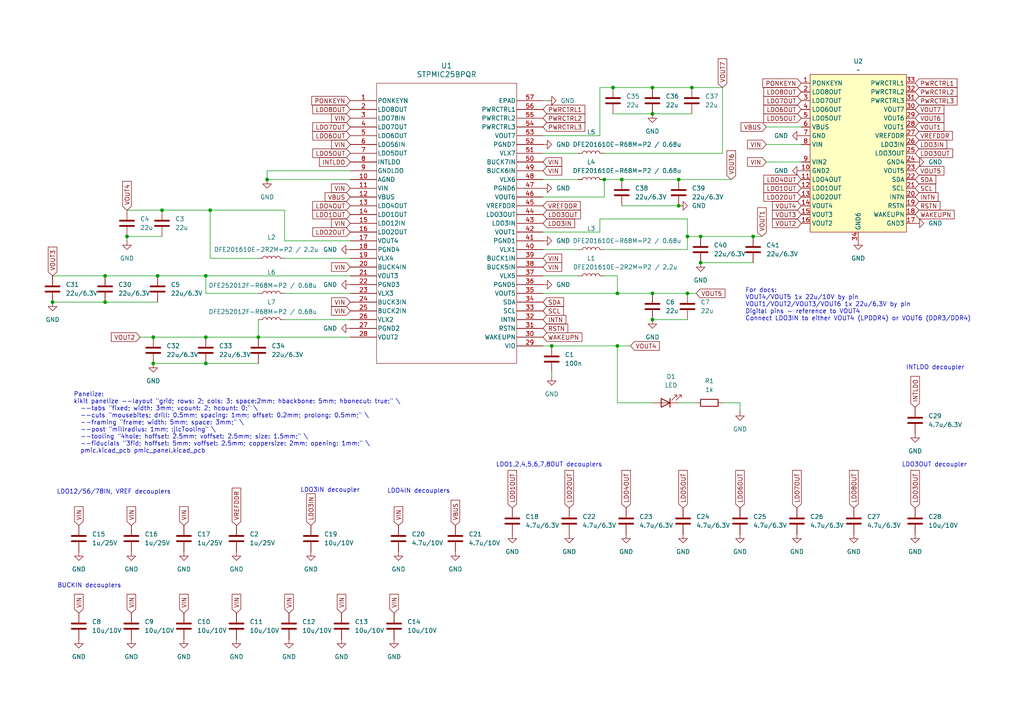
<source format=kicad_sch>
(kicad_sch (version 20250114) (generator "eeschema") (generator_version "9.0")
  (paper "A4")
  (lib_symbols
    (symbol "Device:C" (pin_numbers (hide yes)) (pin_names (offset 0.254))
      (property "Reference" "C" (at 0.635 2.54 0))
      (property "Value" "C" (at 0.635 -2.54 0))
      (symbol "C_1_1"
        (pin passive line (at 0 3.81 270) (length 2.794) (name "~") (number "1"))
        (pin passive line (at 0 -3.81 90) (length 2.794) (name "~") (number "2"))
      )
    )
    (symbol "Device:L" (pin_numbers (hide yes)) (pin_names (offset 1.016) (hide yes))
      (property "Reference" "L" (at -1.27 0 90))
      (property "Value" "L" (at 1.905 0 90))
      (symbol "L_1_1"
        (pin passive line (at 0 3.81 270) (length 1.27) (name "1") (number "1"))
        (pin passive line (at 0 -3.81 90) (length 1.27) (name "2") (number "2"))
      )
    )
    (symbol "Device:LED" (pin_numbers (hide yes)) (pin_names (offset 1.016) (hide yes))
      (property "Reference" "D" (at 0 2.54 0))
      (property "Value" "LED" (at 0 -2.54 0))
      (symbol "LED_1_1"
        (pin passive line (at -3.81 0 0) (length 2.54) (name "K") (number "1"))
        (pin passive line (at 3.81 0 180) (length 2.54) (name "A") (number "2"))
      )
    )
    (symbol "Device:R" (pin_numbers (hide yes)) (pin_names (offset 0))
      (property "Reference" "R" (at 2.032 0 90))
      (property "Value" "R" (at 0 0 90))
      (symbol "R_1_1"
        (pin passive line (at 0 3.81 270) (length 1.27) (name "~") (number "1"))
        (pin passive line (at 0 -3.81 90) (length 1.27) (name "~") (number "2"))
      )
    )
    (symbol "jc_pmic:JC_PMIC"
      (property "Reference" "U" (at 0 26.162 0))
      (symbol "JC_PMIC_1_1"
        (pin input line (at -16.51 20.32 0) (length 2.54) (name "PONKEYN") (number "1"))
        (pin power_out line (at -16.51 17.78 0) (length 2.54) (name "LDO8OUT") (number "2"))
        (pin power_out line (at -16.51 15.24 0) (length 2.54) (name "LDO7OUT") (number "3"))
        (pin power_out line (at -16.51 12.7 0) (length 2.54) (name "LDO6OUT") (number "4"))
        (pin power_out line (at -16.51 10.16 0) (length 2.54) (name "LDO5OUT") (number "5"))
        (pin power_in line (at -16.51 7.62 0) (length 2.54) (name "VBUS") (number "6"))
        (pin power_in line (at -16.51 5.08 0) (length 2.54) (name "GND") (number "7"))
        (pin power_in line (at -16.51 2.54 0) (length 2.54) (name "VIN") (number "8"))
        (pin power_in line (at -16.51 -2.54 0) (length 2.54) (name "VIN2") (number "9"))
        (pin power_in line (at -16.51 -5.08 0) (length 2.54) (name "GND2") (number "10"))
        (pin power_out line (at -16.51 -7.62 0) (length 2.54) (name "LDO4OUT") (number "11"))
        (pin power_out line (at -16.51 -10.16 0) (length 2.54) (name "LDO1OUT") (number "12"))
        (pin power_out line (at -16.51 -12.7 0) (length 2.54) (name "LDO2OUT") (number "13"))
        (pin power_out line (at -16.51 -15.24 0) (length 2.54) (name "VOUT4") (number "14"))
        (pin power_out line (at -16.51 -17.78 0) (length 2.54) (name "VOUT3") (number "15"))
        (pin power_out line (at -16.51 -20.32 0) (length 2.54) (name "VOUT2") (number "16"))
        (pin power_in line (at 0 -25.4 90) (length 2.54) (name "GND6") (number "34"))
        (pin input line (at 16.51 20.32 180) (length 2.54) (name "PWRCTRL1") (number "33"))
        (pin input line (at 16.51 17.78 180) (length 2.54) (name "PWRCTRL2") (number "32"))
        (pin input line (at 16.51 15.24 180) (length 2.54) (name "PWRCTRL3") (number "31"))
        (pin power_out line (at 16.51 12.7 180) (length 2.54) (name "VOUT7") (number "30"))
        (pin power_out line (at 16.51 10.16 180) (length 2.54) (name "VOUT6") (number "29"))
        (pin power_out line (at 16.51 7.62 180) (length 2.54) (name "VOUT1") (number "28"))
        (pin power_out line (at 16.51 5.08 180) (length 2.54) (name "VREFDDR") (number "27"))
        (pin power_out line (at 16.51 2.54 180) (length 2.54) (name "LDO3IN") (number "26"))
        (pin power_in line (at 16.51 0 180) (length 2.54) (name "LDO3OUT") (number "25"))
        (pin input line (at 16.51 -2.54 180) (length 2.54) (name "GND4") (number "24"))
        (pin power_out line (at 16.51 -5.08 180) (length 2.54) (name "VOUT5") (number "23"))
        (pin bidirectional line (at 16.51 -7.62 180) (length 2.54) (name "SDA") (number "22"))
        (pin input line (at 16.51 -10.16 180) (length 2.54) (name "SCL") (number "21"))
        (pin output line (at 16.51 -12.7 180) (length 2.54) (name "INTN") (number "20"))
        (pin bidirectional line (at 16.51 -15.24 180) (length 2.54) (name "RSTN") (number "19"))
        (pin input line (at 16.51 -17.78 180) (length 2.54) (name "WAKEUPN") (number "18"))
        (pin power_in line (at 16.51 -20.32 180) (length 2.54) (name "GND3") (number "17"))
      )
    )
    (symbol "power:GND" (power) (pin_numbers (hide yes)) (pin_names (offset 0) (hide yes))
      (property "Value" "GND" (at 0 -3.81 0))
      (symbol "GND_1_1"
        (pin power_in line (at 0 0 270) (length 0) (name "~") (number "1"))
      )
    )
    (symbol "stpmic25:STPMIC25APQR" (pin_names (offset 0.254))
      (property "Reference" "U" (at 27.94 10.16 0))
      (property "Value" "STPMIC25APQR" (at 27.94 7.62 0))
      (symbol "STPMIC25APQR_0_1"
        (pin unspecified line (at 0 0 0) (length 7.62) (name "PONKEYN") (number "1"))
        (pin output line (at 0 -2.54 0) (length 7.62) (name "LDO8OUT") (number "2"))
        (pin input line (at 0 -5.08 0) (length 7.62) (name "LDO78IN") (number "3"))
        (pin output line (at 0 -7.62 0) (length 7.62) (name "LDO7OUT") (number "4"))
        (pin output line (at 0 -10.16 0) (length 7.62) (name "LDO6OUT") (number "5"))
        (pin input line (at 0 -12.7 0) (length 7.62) (name "LDO56IN") (number "6"))
        (pin output line (at 0 -15.24 0) (length 7.62) (name "LDO5OUT") (number "7"))
        (pin input line (at 0 -17.78 0) (length 7.62) (name "INTLDO") (number "8"))
        (pin power_out line (at 0 -20.32 0) (length 7.62) (name "GNDLDO") (number "9"))
        (pin power_out line (at 0 -22.86 0) (length 7.62) (name "AGND") (number "10"))
        (pin unspecified line (at 0 -25.4 0) (length 7.62) (name "VIN") (number "11"))
        (pin unspecified line (at 0 -27.94 0) (length 7.62) (name "VBUS") (number "12"))
        (pin output line (at 0 -30.48 0) (length 7.62) (name "LDO4OUT") (number "13"))
        (pin output line (at 0 -33.02 0) (length 7.62) (name "LDO1OUT") (number "14"))
        (pin input line (at 0 -35.56 0) (length 7.62) (name "LDO12IN") (number "15"))
        (pin output line (at 0 -38.1 0) (length 7.62) (name "LDO2OUT") (number "16"))
        (pin output line (at 0 -40.64 0) (length 7.62) (name "VOUT4") (number "17"))
        (pin power_out line (at 0 -43.18 0) (length 7.62) (name "PGND4") (number "18"))
        (pin bidirectional line (at 0 -45.72 0) (length 7.62) (name "VLX4") (number "19"))
        (pin input line (at 0 -48.26 0) (length 7.62) (name "BUCK4IN") (number "20"))
        (pin output line (at 0 -50.8 0) (length 7.62) (name "VOUT3") (number "21"))
        (pin power_out line (at 0 -53.34 0) (length 7.62) (name "PGND3") (number "22"))
        (pin bidirectional line (at 0 -55.88 0) (length 7.62) (name "VLX3") (number "23"))
        (pin input line (at 0 -58.42 0) (length 7.62) (name "BUCK3IN") (number "24"))
        (pin input line (at 0 -60.96 0) (length 7.62) (name "BUCK2IN") (number "25"))
        (pin bidirectional line (at 0 -63.5 0) (length 7.62) (name "VLX2") (number "26"))
        (pin power_out line (at 0 -66.04 0) (length 7.62) (name "PGND2") (number "27"))
        (pin output line (at 0 -68.58 0) (length 7.62) (name "VOUT2") (number "28"))
        (pin power_out line (at 55.88 0 180) (length 7.62) (name "EPAD") (number "57"))
        (pin bidirectional line (at 55.88 -2.54 180) (length 7.62) (name "PWRCTRL1") (number "56"))
        (pin bidirectional line (at 55.88 -5.08 180) (length 7.62) (name "PWRCTRL2") (number "55"))
        (pin bidirectional line (at 55.88 -7.62 180) (length 7.62) (name "PWRCTRL3") (number "54"))
        (pin output line (at 55.88 -10.16 180) (length 7.62) (name "VOUT7") (number "53"))
        (pin power_out line (at 55.88 -12.7 180) (length 7.62) (name "PGND7") (number "52"))
        (pin bidirectional line (at 55.88 -15.24 180) (length 7.62) (name "VLX7") (number "51"))
        (pin input line (at 55.88 -17.78 180) (length 7.62) (name "BUCK7IN") (number "50"))
        (pin input line (at 55.88 -20.32 180) (length 7.62) (name "BUCK6IN") (number "49"))
        (pin bidirectional line (at 55.88 -22.86 180) (length 7.62) (name "VLX6") (number "48"))
        (pin power_out line (at 55.88 -25.4 180) (length 7.62) (name "PGND6") (number "47"))
        (pin output line (at 55.88 -27.94 180) (length 7.62) (name "VOUT6") (number "46"))
        (pin power_in line (at 55.88 -30.48 180) (length 7.62) (name "VREFDDR") (number "45"))
        (pin output line (at 55.88 -33.02 180) (length 7.62) (name "LDO3OUT") (number "44"))
        (pin input line (at 55.88 -35.56 180) (length 7.62) (name "LDO3IN") (number "43"))
        (pin output line (at 55.88 -38.1 180) (length 7.62) (name "VOUT1") (number "42"))
        (pin power_out line (at 55.88 -40.64 180) (length 7.62) (name "PGND1") (number "41"))
        (pin bidirectional line (at 55.88 -43.18 180) (length 7.62) (name "VLX1") (number "40"))
        (pin input line (at 55.88 -45.72 180) (length 7.62) (name "BUCK1IN") (number "39"))
        (pin input line (at 55.88 -48.26 180) (length 7.62) (name "BUCK5IN") (number "38"))
        (pin bidirectional line (at 55.88 -50.8 180) (length 7.62) (name "VLX5") (number "37"))
        (pin power_out line (at 55.88 -53.34 180) (length 7.62) (name "PGND5") (number "36"))
        (pin output line (at 55.88 -55.88 180) (length 7.62) (name "VOUT5") (number "35"))
        (pin unspecified line (at 55.88 -58.42 180) (length 7.62) (name "SDA") (number "34"))
        (pin unspecified line (at 55.88 -60.96 180) (length 7.62) (name "SCL") (number "33"))
        (pin input line (at 55.88 -63.5 180) (length 7.62) (name "INTN") (number "32"))
        (pin unspecified line (at 55.88 -66.04 180) (length 7.62) (name "RSTN") (number "31"))
        (pin unspecified line (at 55.88 -68.58 180) (length 7.62) (name "WAKEUPN") (number "30"))
        (pin unspecified line (at 55.88 -71.12 180) (length 7.62) (name "VIO") (number "29"))
      )
    )
  )
  (text "LDO3IN decoupler" (at 95.758 142.24 0) (effects (font (size 1.27 1.27))))
  (text "INTLDO decoupler" (at 271.272 106.68 0) (effects (font (size 1.27 1.27))))
  (text "Panelize:\nkikit panelize --layout \"grid; rows: 2; cols: 3; space:2mm; hbackbone: 5mm; hbonecut: true;\" \\\n  --tabs \"fixed; width: 3mm; vcount: 2; hcount: 0;\" \\\n  --cuts \"mousebites; drill: 0.5mm; spacing: 1mm; offset: 0.2mm; prolong: 0.5mm;\" \\\n  --framing \"frame; width: 5mm; space: 3mm;\" \\\n  --post \"millradius: 1mm; :jlcTooling\" \\\n  --tooling \"4hole; hoffset: 2.5mm; voffset: 2.5mm; size: 1.5mm;\" \\\n  --fiducials \"3fid; hoffset: 5mm; voffset: 2.5mm; coppersize: 2mm; opening: 1mm;\" \\\n  pmic.kicad_pcb pmic_panel.kicad_pcb" (at 21.336 122.682 0) (effects (font (size 1.27 1.27)) (justify left)))
  (text "LDO1,2,4,5,6,7,8OUT decouplers" (at 159.258 134.874 0) (effects (font (size 1.27 1.27))))
  (text "LDO3OUT decoupler" (at 271.018 134.874 0) (effects (font (size 1.27 1.27))))
  (text "For docs:\nVOUT4/VOUT5 1x 22u/10V by pin\nVOUT1/VOUT2/VOUT3/VOUT6 1x 22u/6.3V by pin\nDigital pins - reference to VOUT4\nConnect LDO3IN to either VOUT4 (LPDDR4) or VOUT6 (DDR3/DDR4)" (at 216.154 88.392 0) (effects (font (size 1.27 1.27)) (justify left)))
  (text "LDO12/56/78IN, VREF decouplers" (at 33.02 142.748 0) (effects (font (size 1.27 1.27))))
  (text "LDO4IN decouplers" (at 121.412 142.494 0) (effects (font (size 1.27 1.27))))
  (text "BUCKIN decouplers" (at 25.908 169.926 0) (effects (font (size 1.27 1.27))))
  (junction (at 175.26 52.07))
  (junction (at 189.23 25.4))
  (junction (at 189.23 33.02))
  (junction (at 180.34 52.07))
  (junction (at 200.66 25.4))
  (junction (at 59.69 97.79))
  (junction (at 199.39 68.58))
  (junction (at 179.07 85.09))
  (junction (at 196.85 52.07))
  (junction (at 203.2 76.2))
  (junction (at 44.45 97.79))
  (junction (at 196.85 59.69))
  (junction (at 59.69 80.01))
  (junction (at 218.44 68.58))
  (junction (at 177.8 25.4))
  (junction (at 59.69 105.41))
  (junction (at 46.99 60.96))
  (junction (at 189.23 92.71))
  (junction (at 60.96 60.96))
  (junction (at 199.39 85.09))
  (junction (at 30.48 80.01))
  (junction (at 45.72 80.01))
  (junction (at 179.07 100.33))
  (junction (at 74.93 97.79))
  (junction (at 160.02 100.33))
  (junction (at 15.24 87.63))
  (junction (at 44.45 105.41))
  (junction (at 203.2 68.58))
  (junction (at 36.83 68.58))
  (junction (at 77.47 52.07))
  (junction (at 189.23 85.09))
  (junction (at 30.48 87.63))
  (wire (pts (xy 173.99 63.5) (xy 199.39 63.5)))
  (wire (pts (xy 199.39 68.58) (xy 199.39 63.5)))
  (wire (pts (xy 30.48 87.63) (xy 45.72 87.63)))
  (wire (pts (xy 44.45 105.41) (xy 59.69 105.41)))
  (wire (pts (xy 218.44 68.58) (xy 220.98 68.58)))
  (wire (pts (xy 222.25 41.91) (xy 232.41 41.91)))
  (wire (pts (xy 175.26 57.15) (xy 157.48 57.15)))
  (wire (pts (xy 160.02 100.33) (xy 179.07 100.33)))
  (wire (pts (xy 199.39 68.58) (xy 199.39 72.39)))
  (wire (pts (xy 173.99 25.4) (xy 177.8 25.4)))
  (wire (pts (xy 209.55 25.4) (xy 209.55 44.45)))
  (wire (pts (xy 59.69 80.01) (xy 101.6 80.01)))
  (wire (pts (xy 199.39 85.09) (xy 189.23 85.09)))
  (wire (pts (xy 44.45 97.79) (xy 59.69 97.79)))
  (wire (pts (xy 157.48 72.39) (xy 167.64 72.39)))
  (wire (pts (xy 74.93 85.09) (xy 59.69 85.09)))
  (wire (pts (xy 189.23 92.71) (xy 199.39 92.71)))
  (wire (pts (xy 101.6 49.53) (xy 77.47 49.53)))
  (wire (pts (xy 179.07 85.09) (xy 157.48 85.09)))
  (wire (pts (xy 77.47 49.53) (xy 77.47 52.07)))
  (wire (pts (xy 200.66 25.4) (xy 209.55 25.4)))
  (wire (pts (xy 74.93 92.71) (xy 74.93 97.79)))
  (wire (pts (xy 82.55 85.09) (xy 101.6 85.09)))
  (wire (pts (xy 15.24 87.63) (xy 30.48 87.63)))
  (wire (pts (xy 30.48 80.01) (xy 45.72 80.01)))
  (wire (pts (xy 199.39 68.58) (xy 203.2 68.58)))
  (wire (pts (xy 175.26 44.45) (xy 209.55 44.45)))
  (wire (pts (xy 74.93 97.79) (xy 101.6 97.79)))
  (wire (pts (xy 157.48 52.07) (xy 167.64 52.07)))
  (wire (pts (xy 203.2 76.2) (xy 218.44 76.2)))
  (wire (pts (xy 157.48 29.21) (xy 158.75 29.21)))
  (wire (pts (xy 59.69 85.09) (xy 59.69 80.01)))
  (wire (pts (xy 82.55 60.96) (xy 82.55 69.85)))
  (wire (pts (xy 157.48 39.37) (xy 173.99 39.37)))
  (wire (pts (xy 157.48 44.45) (xy 167.64 44.45)))
  (wire (pts (xy 189.23 33.02) (xy 200.66 33.02)))
  (wire (pts (xy 175.26 80.01) (xy 179.07 80.01)))
  (wire (pts (xy 59.69 97.79) (xy 74.93 97.79)))
  (wire (pts (xy 74.93 74.93) (xy 60.96 74.93)))
  (wire (pts (xy 196.85 116.84) (xy 201.93 116.84)))
  (wire (pts (xy 40.64 97.79) (xy 44.45 97.79)))
  (wire (pts (xy 177.8 33.02) (xy 189.23 33.02)))
  (wire (pts (xy 201.93 85.09) (xy 199.39 85.09)))
  (wire (pts (xy 175.26 52.07) (xy 175.26 57.15)))
  (wire (pts (xy 180.34 52.07) (xy 196.85 52.07)))
  (wire (pts (xy 173.99 67.31) (xy 173.99 63.5)))
  (wire (pts (xy 77.47 52.07) (xy 101.6 52.07)))
  (wire (pts (xy 179.07 116.84) (xy 189.23 116.84)))
  (wire (pts (xy 209.55 116.84) (xy 214.63 116.84)))
  (wire (pts (xy 157.48 100.33) (xy 160.02 100.33)))
  (wire (pts (xy 175.26 52.07) (xy 180.34 52.07)))
  (wire (pts (xy 82.55 92.71) (xy 101.6 92.71)))
  (wire (pts (xy 60.96 60.96) (xy 60.96 74.93)))
  (wire (pts (xy 59.69 105.41) (xy 74.93 105.41)))
  (wire (pts (xy 15.24 80.01) (xy 30.48 80.01)))
  (wire (pts (xy 177.8 25.4) (xy 189.23 25.4)))
  (wire (pts (xy 157.48 80.01) (xy 167.64 80.01)))
  (wire (pts (xy 196.85 52.07) (xy 212.09 52.07)))
  (wire (pts (xy 189.23 25.4) (xy 200.66 25.4)))
  (wire (pts (xy 179.07 80.01) (xy 179.07 85.09)))
  (wire (pts (xy 36.83 68.58) (xy 36.83 69.85)))
  (wire (pts (xy 82.55 74.93) (xy 101.6 74.93)))
  (wire (pts (xy 222.25 36.83) (xy 232.41 36.83)))
  (wire (pts (xy 180.34 59.69) (xy 196.85 59.69)))
  (wire (pts (xy 203.2 68.58) (xy 218.44 68.58)))
  (wire (pts (xy 179.07 100.33) (xy 179.07 116.84)))
  (wire (pts (xy 222.25 46.99) (xy 232.41 46.99)))
  (wire (pts (xy 60.96 60.96) (xy 82.55 60.96)))
  (wire (pts (xy 157.48 67.31) (xy 173.99 67.31)))
  (wire (pts (xy 46.99 60.96) (xy 60.96 60.96)))
  (wire (pts (xy 179.07 100.33) (xy 182.88 100.33)))
  (wire (pts (xy 173.99 39.37) (xy 173.99 25.4)))
  (wire (pts (xy 160.02 107.95) (xy 160.02 109.22)))
  (wire (pts (xy 214.63 116.84) (xy 214.63 119.38)))
  (wire (pts (xy 175.26 72.39) (xy 199.39 72.39)))
  (wire (pts (xy 36.83 60.96) (xy 46.99 60.96)))
  (wire (pts (xy 189.23 85.09) (xy 179.07 85.09)))
  (wire (pts (xy 45.72 80.01) (xy 59.69 80.01)))
  (wire (pts (xy 36.83 68.58) (xy 46.99 68.58)))
  (wire (pts (xy 82.55 69.85) (xy 101.6 69.85)))
  (global_label "LDO3IN" (shape input) (at 265.43 41.91 0) (property "Intersheetrefs" "${INTERSHEET_REFS}" (effects (hide yes))))
  (global_label "LDO4OUT" (shape input) (at 101.6 59.69 180) (property "Intersheetrefs" "${INTERSHEET_REFS}" (effects (hide yes))))
  (global_label "VIN" (shape input) (at 114.3 177.8 90) (property "Intersheetrefs" "${INTERSHEET_REFS}" (effects (hide yes))))
  (global_label "VOUT1" (shape input) (at 265.43 36.83 0) (property "Intersheetrefs" "${INTERSHEET_REFS}" (effects (hide yes))))
  (global_label "LDO5OUT" (shape input) (at 198.12 147.32 90) (property "Intersheetrefs" "${INTERSHEET_REFS}" (effects (hide yes))))
  (global_label "VIN" (shape input) (at 38.1 177.8 90) (property "Intersheetrefs" "${INTERSHEET_REFS}" (effects (hide yes))))
  (global_label "INTLDO" (shape input) (at 265.43 118.11 90) (property "Intersheetrefs" "${INTERSHEET_REFS}" (effects (hide yes))))
  (global_label "LDO8OUT" (shape input) (at 247.65 147.32 90) (property "Intersheetrefs" "${INTERSHEET_REFS}" (effects (hide yes))))
  (global_label "LDO4OUT" (shape input) (at 181.61 147.32 90) (property "Intersheetrefs" "${INTERSHEET_REFS}" (effects (hide yes))))
  (global_label "PWRCTRL1" (shape input) (at 157.48 31.75 0) (property "Intersheetrefs" "${INTERSHEET_REFS}" (effects (hide yes))))
  (global_label "VIN" (shape input) (at 22.86 177.8 90) (property "Intersheetrefs" "${INTERSHEET_REFS}" (effects (hide yes))))
  (global_label "VOUT3" (shape input) (at 232.41 62.23 180) (property "Intersheetrefs" "${INTERSHEET_REFS}" (effects (hide yes))))
  (global_label "VIN" (shape input) (at 38.1 152.4 90) (property "Intersheetrefs" "${INTERSHEET_REFS}" (effects (hide yes))))
  (global_label "LDO2OUT" (shape input) (at 165.1 147.32 90) (property "Intersheetrefs" "${INTERSHEET_REFS}" (effects (hide yes))))
  (global_label "VBUS" (shape input) (at 101.6 57.15 180) (property "Intersheetrefs" "${INTERSHEET_REFS}" (effects (hide yes))))
  (global_label "VOUT1" (shape input) (at 220.98 68.58 90) (property "Intersheetrefs" "${INTERSHEET_REFS}" (effects (hide yes))))
  (global_label "VOUT2" (shape input) (at 232.41 64.77 180) (property "Intersheetrefs" "${INTERSHEET_REFS}" (effects (hide yes))))
  (global_label "VIN" (shape input) (at 101.6 54.61 180) (property "Intersheetrefs" "${INTERSHEET_REFS}" (effects (hide yes))))
  (global_label "LDO7OUT" (shape input) (at 232.41 29.21 180) (property "Intersheetrefs" "${INTERSHEET_REFS}" (effects (hide yes))))
  (global_label "VOUT4" (shape input) (at 36.83 60.96 90) (property "Intersheetrefs" "${INTERSHEET_REFS}" (effects (hide yes))))
  (global_label "VIN" (shape input) (at 157.48 77.47 0) (property "Intersheetrefs" "${INTERSHEET_REFS}" (effects (hide yes))))
  (global_label "VIN" (shape input) (at 22.86 152.4 90) (property "Intersheetrefs" "${INTERSHEET_REFS}" (effects (hide yes))))
  (global_label "VIN" (shape input) (at 157.48 46.99 0) (property "Intersheetrefs" "${INTERSHEET_REFS}" (effects (hide yes))))
  (global_label "LDO5OUT" (shape input) (at 232.41 34.29 180) (property "Intersheetrefs" "${INTERSHEET_REFS}" (effects (hide yes))))
  (global_label "VIN" (shape input) (at 101.6 34.29 180) (property "Intersheetrefs" "${INTERSHEET_REFS}" (effects (hide yes))))
  (global_label "SDA" (shape input) (at 265.43 52.07 0) (property "Intersheetrefs" "${INTERSHEET_REFS}" (effects (hide yes))))
  (global_label "SCL" (shape input) (at 157.48 90.17 0) (property "Intersheetrefs" "${INTERSHEET_REFS}" (effects (hide yes))))
  (global_label "INTLDO" (shape input) (at 101.6 46.99 180) (property "Intersheetrefs" "${INTERSHEET_REFS}" (effects (hide yes))))
  (global_label "VOUT6" (shape input) (at 265.43 34.29 0) (property "Intersheetrefs" "${INTERSHEET_REFS}" (effects (hide yes))))
  (global_label "LDO3IN" (shape input) (at 157.48 64.77 0) (property "Intersheetrefs" "${INTERSHEET_REFS}" (effects (hide yes))))
  (global_label "VOUT6" (shape input) (at 212.09 52.07 90) (property "Intersheetrefs" "${INTERSHEET_REFS}" (effects (hide yes))))
  (global_label "VIN" (shape input) (at 101.6 77.47 180) (property "Intersheetrefs" "${INTERSHEET_REFS}" (effects (hide yes))))
  (global_label "SDA" (shape input) (at 157.48 87.63 0) (property "Intersheetrefs" "${INTERSHEET_REFS}" (effects (hide yes))))
  (global_label "LDO1OUT" (shape input) (at 101.6 62.23 180) (property "Intersheetrefs" "${INTERSHEET_REFS}" (effects (hide yes))))
  (global_label "RSTN" (shape input) (at 157.48 95.25 0) (property "Intersheetrefs" "${INTERSHEET_REFS}" (effects (hide yes))))
  (global_label "LDO3OUT" (shape input) (at 265.43 147.32 90) (property "Intersheetrefs" "${INTERSHEET_REFS}" (effects (hide yes))))
  (global_label "VOUT7" (shape input) (at 209.55 25.4 90) (property "Intersheetrefs" "${INTERSHEET_REFS}" (effects (hide yes))))
  (global_label "VIN" (shape input) (at 157.48 49.53 0) (property "Intersheetrefs" "${INTERSHEET_REFS}" (effects (hide yes))))
  (global_label "VBUS" (shape input) (at 132.08 152.4 90) (property "Intersheetrefs" "${INTERSHEET_REFS}" (effects (hide yes))))
  (global_label "LDO3OUT" (shape input) (at 157.48 62.23 0) (property "Intersheetrefs" "${INTERSHEET_REFS}" (effects (hide yes))))
  (global_label "VREFDDR" (shape input) (at 68.58 152.4 90) (property "Intersheetrefs" "${INTERSHEET_REFS}" (effects (hide yes))))
  (global_label "INTN" (shape input) (at 265.43 57.15 0) (property "Intersheetrefs" "${INTERSHEET_REFS}" (effects (hide yes))))
  (global_label "LDO6OUT" (shape input) (at 214.63 147.32 90) (property "Intersheetrefs" "${INTERSHEET_REFS}" (effects (hide yes))))
  (global_label "LDO3OUT" (shape input) (at 265.43 44.45 0) (property "Intersheetrefs" "${INTERSHEET_REFS}" (effects (hide yes))))
  (global_label "LDO4OUT" (shape input) (at 232.41 52.07 180) (property "Intersheetrefs" "${INTERSHEET_REFS}" (effects (hide yes))))
  (global_label "VIN" (shape input) (at 68.58 177.8 90) (property "Intersheetrefs" "${INTERSHEET_REFS}" (effects (hide yes))))
  (global_label "VIN" (shape input) (at 53.34 177.8 90) (property "Intersheetrefs" "${INTERSHEET_REFS}" (effects (hide yes))))
  (global_label "SCL" (shape input) (at 265.43 54.61 0) (property "Intersheetrefs" "${INTERSHEET_REFS}" (effects (hide yes))))
  (global_label "LDO6OUT" (shape input) (at 101.6 39.37 180) (property "Intersheetrefs" "${INTERSHEET_REFS}" (effects (hide yes))))
  (global_label "VIN" (shape input) (at 101.6 64.77 180) (property "Intersheetrefs" "${INTERSHEET_REFS}" (effects (hide yes))))
  (global_label "VIN" (shape input) (at 222.25 46.99 180) (property "Intersheetrefs" "${INTERSHEET_REFS}" (effects (hide yes))))
  (global_label "VOUT4" (shape input) (at 182.88 100.33 0) (property "Intersheetrefs" "${INTERSHEET_REFS}" (effects (hide yes))))
  (global_label "VOUT7" (shape input) (at 265.43 31.75 0) (property "Intersheetrefs" "${INTERSHEET_REFS}" (effects (hide yes))))
  (global_label "VOUT5" (shape input) (at 201.93 85.09 0) (property "Intersheetrefs" "${INTERSHEET_REFS}" (effects (hide yes))))
  (global_label "VIN" (shape input) (at 53.34 152.4 90) (property "Intersheetrefs" "${INTERSHEET_REFS}" (effects (hide yes))))
  (global_label "VBUS" (shape input) (at 222.25 36.83 180) (property "Intersheetrefs" "${INTERSHEET_REFS}" (effects (hide yes))))
  (global_label "VIN" (shape input) (at 101.6 41.91 180) (property "Intersheetrefs" "${INTERSHEET_REFS}" (effects (hide yes))))
  (global_label "VIN" (shape input) (at 157.48 74.93 0) (property "Intersheetrefs" "${INTERSHEET_REFS}" (effects (hide yes))))
  (global_label "VOUT5" (shape input) (at 265.43 49.53 0) (property "Intersheetrefs" "${INTERSHEET_REFS}" (effects (hide yes))))
  (global_label "LDO8OUT" (shape input) (at 101.6 31.75 180) (property "Intersheetrefs" "${INTERSHEET_REFS}" (effects (hide yes))))
  (global_label "LDO2OUT" (shape input) (at 101.6 67.31 180) (property "Intersheetrefs" "${INTERSHEET_REFS}" (effects (hide yes))))
  (global_label "VIN" (shape input) (at 222.25 41.91 180) (property "Intersheetrefs" "${INTERSHEET_REFS}" (effects (hide yes))))
  (global_label "PWRCTRL3" (shape input) (at 157.48 36.83 0) (property "Intersheetrefs" "${INTERSHEET_REFS}" (effects (hide yes))))
  (global_label "VREFDDR" (shape input) (at 157.48 59.69 0) (property "Intersheetrefs" "${INTERSHEET_REFS}" (effects (hide yes))))
  (global_label "VOUT4" (shape input) (at 232.41 59.69 180) (property "Intersheetrefs" "${INTERSHEET_REFS}" (effects (hide yes))))
  (global_label "PWRCTRL1" (shape input) (at 265.43 24.13 0) (property "Intersheetrefs" "${INTERSHEET_REFS}" (effects (hide yes))))
  (global_label "VOUT2" (shape input) (at 40.64 97.79 180) (property "Intersheetrefs" "${INTERSHEET_REFS}" (effects (hide yes))))
  (global_label "VIN" (shape input) (at 83.82 177.8 90) (property "Intersheetrefs" "${INTERSHEET_REFS}" (effects (hide yes))))
  (global_label "WAKEUPN" (shape input) (at 265.43 62.23 0) (property "Intersheetrefs" "${INTERSHEET_REFS}" (effects (hide yes))))
  (global_label "PWRCTRL2" (shape input) (at 157.48 34.29 0) (property "Intersheetrefs" "${INTERSHEET_REFS}" (effects (hide yes))))
  (global_label "LDO1OUT" (shape input) (at 148.59 147.32 90) (property "Intersheetrefs" "${INTERSHEET_REFS}" (effects (hide yes))))
  (global_label "LDO7OUT" (shape input) (at 231.14 147.32 90) (property "Intersheetrefs" "${INTERSHEET_REFS}" (effects (hide yes))))
  (global_label "VIN" (shape input) (at 99.06 177.8 90) (property "Intersheetrefs" "${INTERSHEET_REFS}" (effects (hide yes))))
  (global_label "LDO8OUT" (shape input) (at 232.41 26.67 180) (property "Intersheetrefs" "${INTERSHEET_REFS}" (effects (hide yes))))
  (global_label "LDO7OUT" (shape input) (at 101.6 36.83 180) (property "Intersheetrefs" "${INTERSHEET_REFS}" (effects (hide yes))))
  (global_label "LDO6OUT" (shape input) (at 232.41 31.75 180) (property "Intersheetrefs" "${INTERSHEET_REFS}" (effects (hide yes))))
  (global_label "VIN" (shape input) (at 101.6 87.63 180) (property "Intersheetrefs" "${INTERSHEET_REFS}" (effects (hide yes))))
  (global_label "PWRCTRL3" (shape input) (at 265.43 29.21 0) (property "Intersheetrefs" "${INTERSHEET_REFS}" (effects (hide yes))))
  (global_label "VIN" (shape input) (at 101.6 90.17 180) (property "Intersheetrefs" "${INTERSHEET_REFS}" (effects (hide yes))))
  (global_label "PWRCTRL2" (shape input) (at 265.43 26.67 0) (property "Intersheetrefs" "${INTERSHEET_REFS}" (effects (hide yes))))
  (global_label "VOUT3" (shape input) (at 15.24 80.01 90) (property "Intersheetrefs" "${INTERSHEET_REFS}" (effects (hide yes))))
  (global_label "VREFDDR" (shape input) (at 265.43 39.37 0) (property "Intersheetrefs" "${INTERSHEET_REFS}" (effects (hide yes))))
  (global_label "LDO5OUT" (shape input) (at 101.6 44.45 180) (property "Intersheetrefs" "${INTERSHEET_REFS}" (effects (hide yes))))
  (global_label "LDO3IN" (shape input) (at 90.17 152.4 90) (property "Intersheetrefs" "${INTERSHEET_REFS}" (effects (hide yes))))
  (global_label "PONKEYN" (shape input) (at 101.6 29.21 180) (property "Intersheetrefs" "${INTERSHEET_REFS}" (effects (hide yes))))
  (global_label "INTN" (shape input) (at 157.48 92.71 0) (property "Intersheetrefs" "${INTERSHEET_REFS}" (effects (hide yes))))
  (global_label "WAKEUPN" (shape input) (at 157.48 97.79 0) (property "Intersheetrefs" "${INTERSHEET_REFS}" (effects (hide yes))))
  (global_label "VIN" (shape input) (at 115.57 152.4 90) (property "Intersheetrefs" "${INTERSHEET_REFS}" (effects (hide yes))))
  (global_label "LDO1OUT" (shape input) (at 232.41 54.61 180) (property "Intersheetrefs" "${INTERSHEET_REFS}" (effects (hide yes))))
  (global_label "PONKEYN" (shape input) (at 232.41 24.13 180) (property "Intersheetrefs" "${INTERSHEET_REFS}" (effects (hide yes))))
  (global_label "LDO2OUT" (shape input) (at 232.41 57.15 180) (property "Intersheetrefs" "${INTERSHEET_REFS}" (effects (hide yes))))
  (global_label "RSTN" (shape input) (at 265.43 59.69 0) (property "Intersheetrefs" "${INTERSHEET_REFS}" (effects (hide yes))))
  (symbol (lib_id "power:GND") (at 214.63 154.94 0) (unit 1)
    (property "Reference" "#PWR036" (effects (hide yes)))
    (property "Value" "GND" (at 214.63 160.02 0))
    (property "Description" "Power symbol creates a global label with name \"GND\" , ground" (effects (hide yes)))
  )
  (symbol (lib_id "Device:C") (at 38.1 181.61 0) (unit 1)
    (property "Reference" "C9" (at 41.91 180.3399 0) (effects (justify left)))
    (property "Value" "10u/10V" (at 41.91 182.8799 0) (effects (justify left)))
    (property "Footprint" "Capacitor_SMD:C_0603_1608Metric" (effects (hide yes)))
    (property "Description" "Unpolarized capacitor" (effects (hide yes)))
  )
  (symbol (lib_id "Device:L") (at 171.45 80.01 90) (unit 1)
    (property "Reference" "L1" (at 171.45 74.93 90))
    (property "Value" "DFE201610E-2R2M=P2 / 2.2u" (at 181.356 77.47 90))
    (property "Footprint" "Inductor_SMD:L_0805_2012Metric" (effects (hide yes)))
    (property "Description" "Inductor" (effects (hide yes)))
  )
  (symbol (lib_id "Device:C") (at 74.93 101.6 0) (unit 1)
    (property "Reference" "C34" (at 78.74 100.3299 0) (effects (justify left)))
    (property "Value" "22u/6.3V" (at 78.74 102.8699 0) (effects (justify left)))
    (property "Footprint" "Capacitor_SMD:C_0603_1608Metric" (effects (hide yes)))
    (property "Description" "Unpolarized capacitor" (effects (hide yes)))
  )
  (symbol (lib_id "Device:C") (at 53.34 156.21 0) (unit 1)
    (property "Reference" "C17" (at 57.15 154.9399 0) (effects (justify left)))
    (property "Value" "1u/25V" (at 57.15 157.4799 0) (effects (justify left)))
    (property "Footprint" "Capacitor_SMD:C_0402_1005Metric" (effects (hide yes)))
    (property "Description" "Unpolarized capacitor" (effects (hide yes)))
  )
  (symbol (lib_id "power:GND") (at 114.3 185.42 0) (unit 1)
    (property "Reference" "#PWR025" (effects (hide yes)))
    (property "Value" "GND" (at 114.3 190.5 0))
    (property "Description" "Power symbol creates a global label with name \"GND\" , ground" (effects (hide yes)))
  )
  (symbol (lib_id "Device:L") (at 171.45 72.39 90) (unit 1)
    (property "Reference" "L3" (at 171.45 66.294 90))
    (property "Value" "DFE201610E-R68M=P2 / 0.68u" (at 181.864 69.85 90))
    (property "Footprint" "Inductor_SMD:L_0805_2012Metric" (effects (hide yes)))
    (property "Description" "Inductor" (effects (hide yes)))
  )
  (symbol (lib_id "power:GND") (at 231.14 154.94 0) (unit 1)
    (property "Reference" "#PWR037" (effects (hide yes)))
    (property "Value" "GND" (at 231.14 160.02 0))
    (property "Description" "Power symbol creates a global label with name \"GND\" , ground" (effects (hide yes)))
  )
  (symbol (lib_id "Device:C") (at 68.58 181.61 0) (unit 1)
    (property "Reference" "C11" (at 72.39 180.3399 0) (effects (justify left)))
    (property "Value" "10u/10V" (at 72.39 182.8799 0) (effects (justify left)))
    (property "Footprint" "Capacitor_SMD:C_0603_1608Metric" (effects (hide yes)))
    (property "Description" "Unpolarized capacitor" (effects (hide yes)))
  )
  (symbol (lib_id "Device:C") (at 15.24 83.82 0) (unit 1)
    (property "Reference" "C31" (at 19.05 82.5499 0) (effects (justify left)))
    (property "Value" "22u/6.3V" (at 19.05 85.0899 0) (effects (justify left)))
    (property "Footprint" "Capacitor_SMD:C_0603_1608Metric" (effects (hide yes)))
    (property "Description" "Unpolarized capacitor" (effects (hide yes)))
  )
  (symbol (lib_id "Device:C") (at 265.43 151.13 0) (unit 1)
    (property "Reference" "C28" (at 269.24 149.8599 0) (effects (justify left)))
    (property "Value" "10u/10V" (at 269.24 152.3999 0) (effects (justify left)))
    (property "Footprint" "Capacitor_SMD:C_0603_1608Metric" (effects (hide yes)))
    (property "Description" "Unpolarized capacitor" (effects (hide yes)))
  )
  (symbol (lib_id "power:GND") (at 22.86 160.02 0) (unit 1)
    (property "Reference" "#PWR026" (effects (hide yes)))
    (property "Value" "GND" (at 22.86 165.1 0))
    (property "Description" "Power symbol creates a global label with name \"GND\" , ground" (effects (hide yes)))
  )
  (symbol (lib_id "stpmic25:STPMIC25APQR") (at 101.6 29.21 0) (unit 1)
    (property "Reference" "U1" (at 129.54 19.05 0) (effects (font (size 1.524 1.524))))
    (property "Value" "STPMIC25BPQR" (at 129.54 21.59 0) (effects (font (size 1.524 1.524))))
    (property "Footprint" "footprints:WFQFN56L_6p5x6p5x0p9_STM" (effects (hide yes)))
    (property "Datasheet" "https://www.st.com/resource/en/datasheet/stpmic25.pdf" (effects (hide yes)))
  )
  (symbol (lib_id "power:GND") (at 38.1 160.02 0) (unit 1)
    (property "Reference" "#PWR027" (effects (hide yes)))
    (property "Value" "GND" (at 38.1 165.1 0))
    (property "Description" "Power symbol creates a global label with name \"GND\" , ground" (effects (hide yes)))
  )
  (symbol (lib_id "Device:L") (at 78.74 74.93 90) (unit 1)
    (property "Reference" "L2" (at 78.74 68.834 90))
    (property "Value" "DFE201610E-2R2M=P2 / 2.2u" (at 77.216 72.39 90))
    (property "Footprint" "Inductor_SMD:L_0805_2012Metric" (effects (hide yes)))
    (property "Description" "Inductor" (effects (hide yes)))
  )
  (symbol (lib_id "power:GND") (at 198.12 154.94 0) (unit 1)
    (property "Reference" "#PWR035" (effects (hide yes)))
    (property "Value" "GND" (at 198.12 160.02 0))
    (property "Description" "Power symbol creates a global label with name \"GND\" , ground" (effects (hide yes)))
  )
  (symbol (lib_id "Device:C") (at 200.66 29.21 0) (unit 1)
    (property "Reference" "C37" (at 204.47 27.9399 0) (effects (justify left)))
    (property "Value" "22u" (at 204.47 30.4799 0) (effects (justify left)))
    (property "Footprint" "Capacitor_SMD:C_0805_2012Metric" (effects (hide yes)))
    (property "Description" "Unpolarized capacitor" (effects (hide yes)))
  )
  (symbol (lib_id "Device:C") (at 265.43 121.92 0) (unit 1)
    (property "Reference" "C29" (at 269.24 120.6499 0) (effects (justify left)))
    (property "Value" "4.7u/6.3V" (at 269.24 123.1899 0) (effects (justify left)))
    (property "Footprint" "Capacitor_SMD:C_0402_1005Metric" (effects (hide yes)))
    (property "Description" "Unpolarized capacitor" (effects (hide yes)))
  )
  (symbol (lib_id "power:GND") (at 101.6 95.25 270) (unit 1)
    (property "Reference" "#PWR04" (effects (hide yes)))
    (property "Value" "GND" (at 97.79 95.2499 90) (effects (justify right)))
    (property "Description" "Power symbol creates a global label with name \"GND\" , ground" (effects (hide yes)))
  )
  (symbol (lib_id "power:GND") (at 68.58 160.02 0) (unit 1)
    (property "Reference" "#PWR041" (effects (hide yes)))
    (property "Value" "GND" (at 68.58 165.1 0))
    (property "Description" "Power symbol creates a global label with name \"GND\" , ground" (effects (hide yes)))
  )
  (symbol (lib_id "power:GND") (at 157.48 54.61 90) (unit 1)
    (property "Reference" "#PWR07" (effects (hide yes)))
    (property "Value" "GND" (at 161.29 54.6099 90) (effects (justify right)))
    (property "Description" "Power symbol creates a global label with name \"GND\" , ground" (effects (hide yes)))
  )
  (symbol (lib_id "Device:C") (at 181.61 151.13 0) (unit 1)
    (property "Reference" "C23" (at 185.42 149.8599 0) (effects (justify left)))
    (property "Value" "4.7u/6.3V" (at 185.42 152.3999 0) (effects (justify left)))
    (property "Footprint" "Capacitor_SMD:C_0402_1005Metric" (effects (hide yes)))
    (property "Description" "Unpolarized capacitor" (effects (hide yes)))
  )
  (symbol (lib_id "Device:C") (at 247.65 151.13 0) (unit 1)
    (property "Reference" "C27" (at 251.46 149.8599 0) (effects (justify left)))
    (property "Value" "4.7u/6.3V" (at 251.46 152.3999 0) (effects (justify left)))
    (property "Footprint" "Capacitor_SMD:C_0402_1005Metric" (effects (hide yes)))
    (property "Description" "Unpolarized capacitor" (effects (hide yes)))
  )
  (symbol (lib_id "Device:C") (at 203.2 72.39 0) (unit 1)
    (property "Reference" "C40" (at 207.01 71.1199 0) (effects (justify left)))
    (property "Value" "22u/6.3V" (at 207.01 73.6599 0) (effects (justify left)))
    (property "Footprint" "Capacitor_SMD:C_0603_1608Metric" (effects (hide yes)))
    (property "Description" "Unpolarized capacitor" (effects (hide yes)))
  )
  (symbol (lib_id "power:GND") (at 160.02 109.22 0) (unit 1)
    (property "Reference" "#PWR016" (effects (hide yes)))
    (property "Value" "GND" (at 160.02 114.3 0))
    (property "Description" "Power symbol creates a global label with name \"GND\" , ground" (effects (hide yes)))
  )
  (symbol (lib_id "Device:C") (at 199.39 88.9 0) (unit 1)
    (property "Reference" "C7" (at 203.2 87.6299 0) (effects (justify left)))
    (property "Value" "22u" (at 203.2 90.1699 0) (effects (justify left)))
    (property "Footprint" "Capacitor_SMD:C_0805_2012Metric" (effects (hide yes)))
    (property "Description" "Unpolarized capacitor" (effects (hide yes)))
  )
  (symbol (lib_id "Device:C") (at 68.58 156.21 0) (unit 1)
    (property "Reference" "C2" (at 72.39 154.9399 0) (effects (justify left)))
    (property "Value" "1u/25V" (at 72.39 157.4799 0) (effects (justify left)))
    (property "Footprint" "Capacitor_SMD:C_0402_1005Metric" (effects (hide yes)))
    (property "Description" "Unpolarized capacitor" (effects (hide yes)))
  )
  (symbol (lib_id "Device:C") (at 214.63 151.13 0) (unit 1)
    (property "Reference" "C25" (at 218.44 149.8599 0) (effects (justify left)))
    (property "Value" "4.7u/6.3V" (at 218.44 152.3999 0) (effects (justify left)))
    (property "Footprint" "Capacitor_SMD:C_0402_1005Metric" (effects (hide yes)))
    (property "Description" "Unpolarized capacitor" (effects (hide yes)))
  )
  (symbol (lib_id "Device:C") (at 180.34 55.88 0) (unit 1)
    (property "Reference" "C38" (at 184.15 54.6099 0) (effects (justify left)))
    (property "Value" "22u/6.3V" (at 184.15 57.1499 0) (effects (justify left)))
    (property "Footprint" "Capacitor_SMD:C_0603_1608Metric" (effects (hide yes)))
    (property "Description" "Unpolarized capacitor" (effects (hide yes)))
  )
  (symbol (lib_id "power:GND") (at 90.17 160.02 0) (unit 1)
    (property "Reference" "#PWR030" (effects (hide yes)))
    (property "Value" "GND" (at 90.17 165.1 0))
    (property "Description" "Power symbol creates a global label with name \"GND\" , ground" (effects (hide yes)))
  )
  (symbol (lib_id "Device:C") (at 115.57 156.21 0) (unit 1)
    (property "Reference" "C20" (at 119.38 154.9399 0) (effects (justify left)))
    (property "Value" "4.7u/10V" (at 119.38 157.4799 0) (effects (justify left)))
    (property "Footprint" "Capacitor_SMD:C_0603_1608Metric" (effects (hide yes)))
    (property "Description" "Unpolarized capacitor" (effects (hide yes)))
  )
  (symbol (lib_id "power:GND") (at 68.58 185.42 0) (unit 1)
    (property "Reference" "#PWR022" (effects (hide yes)))
    (property "Value" "GND" (at 68.58 190.5 0))
    (property "Description" "Power symbol creates a global label with name \"GND\" , ground" (effects (hide yes)))
  )
  (symbol (lib_id "power:GND") (at 22.86 185.42 0) (unit 1)
    (property "Reference" "#PWR019" (effects (hide yes)))
    (property "Value" "GND" (at 22.86 190.5 0))
    (property "Description" "Power symbol creates a global label with name \"GND\" , ground" (effects (hide yes)))
  )
  (symbol (lib_id "Device:C") (at 36.83 64.77 0) (unit 1)
    (property "Reference" "C4" (at 40.64 63.4999 0) (effects (justify left)))
    (property "Value" "22u" (at 40.64 66.0399 0) (effects (justify left)))
    (property "Footprint" "Capacitor_SMD:C_0805_2012Metric" (effects (hide yes)))
    (property "Description" "Unpolarized capacitor" (effects (hide yes)))
  )
  (symbol (lib_id "Device:C") (at 53.34 181.61 0) (unit 1)
    (property "Reference" "C10" (at 57.15 180.3399 0) (effects (justify left)))
    (property "Value" "10u/10V" (at 57.15 182.8799 0) (effects (justify left)))
    (property "Footprint" "Capacitor_SMD:C_0603_1608Metric" (effects (hide yes)))
    (property "Description" "Unpolarized capacitor" (effects (hide yes)))
  )
  (symbol (lib_id "power:GND") (at 101.6 82.55 270) (unit 1)
    (property "Reference" "#PWR03" (effects (hide yes)))
    (property "Value" "GND" (at 97.79 82.5499 90) (effects (justify right)))
    (property "Description" "Power symbol creates a global label with name \"GND\" , ground" (effects (hide yes)))
  )
  (symbol (lib_id "power:GND") (at 189.23 92.71 0) (unit 1)
    (property "Reference" "#PWR018" (effects (hide yes)))
    (property "Value" "GND" (at 189.23 97.79 0))
    (property "Description" "Power symbol creates a global label with name \"GND\" , ground" (effects (hide yes)))
  )
  (symbol (lib_id "Device:C") (at 22.86 156.21 0) (unit 1)
    (property "Reference" "C15" (at 26.67 154.9399 0) (effects (justify left)))
    (property "Value" "1u/25V" (at 26.67 157.4799 0) (effects (justify left)))
    (property "Footprint" "Capacitor_SMD:C_0402_1005Metric" (effects (hide yes)))
    (property "Description" "Unpolarized capacitor" (effects (hide yes)))
  )
  (symbol (lib_id "Device:C") (at 132.08 156.21 0) (unit 1)
    (property "Reference" "C21" (at 135.89 154.9399 0) (effects (justify left)))
    (property "Value" "4.7u/10V" (at 135.89 157.4799 0) (effects (justify left)))
    (property "Footprint" "Capacitor_SMD:C_0603_1608Metric" (effects (hide yes)))
    (property "Description" "Unpolarized capacitor" (effects (hide yes)))
  )
  (symbol (lib_id "power:GND") (at 38.1 185.42 0) (unit 1)
    (property "Reference" "#PWR020" (effects (hide yes)))
    (property "Value" "GND" (at 38.1 190.5 0))
    (property "Description" "Power symbol creates a global label with name \"GND\" , ground" (effects (hide yes)))
  )
  (symbol (lib_id "power:GND") (at 196.85 59.69 90) (unit 1)
    (property "Reference" "#PWR045" (effects (hide yes)))
    (property "Value" "GND" (at 200.66 59.6899 90) (effects (justify right)))
    (property "Description" "Power symbol creates a global label with name \"GND\" , ground" (effects (hide yes)))
  )
  (symbol (lib_id "Device:L") (at 171.45 52.07 90) (unit 1)
    (property "Reference" "L4" (at 171.45 46.99 90))
    (property "Value" "DFE201610E-R68M=P2 / 0.68u" (at 181.864 49.53 90))
    (property "Footprint" "Inductor_SMD:L_0805_2012Metric" (effects (hide yes)))
    (property "Description" "Inductor" (effects (hide yes)))
  )
  (symbol (lib_id "power:GND") (at 181.61 154.94 0) (unit 1)
    (property "Reference" "#PWR034" (effects (hide yes)))
    (property "Value" "GND" (at 181.61 160.02 0))
    (property "Description" "Power symbol creates a global label with name \"GND\" , ground" (effects (hide yes)))
  )
  (symbol (lib_id "power:GND") (at 157.48 69.85 90) (unit 1)
    (property "Reference" "#PWR08" (effects (hide yes)))
    (property "Value" "GND" (at 161.29 69.8499 90) (effects (justify right)))
    (property "Description" "Power symbol creates a global label with name \"GND\" , ground" (effects (hide yes)))
  )
  (symbol (lib_id "Device:C") (at 30.48 83.82 0) (unit 1)
    (property "Reference" "C30" (at 34.29 82.5499 0) (effects (justify left)))
    (property "Value" "22u/6.3V" (at 34.29 85.0899 0) (effects (justify left)))
    (property "Footprint" "Capacitor_SMD:C_0603_1608Metric" (effects (hide yes)))
    (property "Description" "Unpolarized capacitor" (effects (hide yes)))
  )
  (symbol (lib_id "Device:C") (at 218.44 72.39 0) (unit 1)
    (property "Reference" "C41" (at 222.25 71.1199 0) (effects (justify left)))
    (property "Value" "22u/6.3V" (at 222.25 73.6599 0) (effects (justify left)))
    (property "Footprint" "Capacitor_SMD:C_0603_1608Metric" (effects (hide yes)))
    (property "Description" "Unpolarized capacitor" (effects (hide yes)))
  )
  (symbol (lib_id "Device:C") (at 46.99 64.77 0) (unit 1)
    (property "Reference" "C3" (at 50.8 63.4999 0) (effects (justify left)))
    (property "Value" "22u" (at 50.8 66.0399 0) (effects (justify left)))
    (property "Footprint" "Capacitor_SMD:C_0805_2012Metric" (effects (hide yes)))
    (property "Description" "Unpolarized capacitor" (effects (hide yes)))
  )
  (symbol (lib_id "Device:L") (at 78.74 92.71 90) (unit 1)
    (property "Reference" "L7" (at 78.74 87.63 90))
    (property "Value" "DFE252012F-R68M=P2 / 0.68u" (at 76.2 90.424 90))
    (property "Footprint" "Inductor_SMD:L_1008_2520Metric" (effects (hide yes)))
    (property "Description" "Inductor" (effects (hide yes)))
  )
  (symbol (lib_id "power:GND") (at 148.59 154.94 0) (unit 1)
    (property "Reference" "#PWR029" (effects (hide yes)))
    (property "Value" "GND" (at 148.59 160.02 0))
    (property "Description" "Power symbol creates a global label with name \"GND\" , ground" (effects (hide yes)))
  )
  (symbol (lib_id "power:GND") (at 77.47 52.07 0) (unit 1)
    (property "Reference" "#PWR01" (effects (hide yes)))
    (property "Value" "GND" (at 77.47 57.15 0))
    (property "Description" "Power symbol creates a global label with name \"GND\" , ground" (effects (hide yes)))
  )
  (symbol (lib_id "power:GND") (at 157.48 41.91 90) (unit 1)
    (property "Reference" "#PWR06" (effects (hide yes)))
    (property "Value" "GND" (at 161.29 41.9099 90) (effects (justify right)))
    (property "Description" "Power symbol creates a global label with name \"GND\" , ground" (effects (hide yes)))
  )
  (symbol (lib_id "Device:C") (at 59.69 101.6 0) (unit 1)
    (property "Reference" "C33" (at 63.5 100.3299 0) (effects (justify left)))
    (property "Value" "22u/6.3V" (at 63.5 102.8699 0) (effects (justify left)))
    (property "Footprint" "Capacitor_SMD:C_0603_1608Metric" (effects (hide yes)))
    (property "Description" "Unpolarized capacitor" (effects (hide yes)))
  )
  (symbol (lib_id "Device:C") (at 231.14 151.13 0) (unit 1)
    (property "Reference" "C26" (at 234.95 149.8599 0) (effects (justify left)))
    (property "Value" "4.7u/6.3V" (at 234.95 152.3999 0) (effects (justify left)))
    (property "Footprint" "Capacitor_SMD:C_0402_1005Metric" (effects (hide yes)))
    (property "Description" "Unpolarized capacitor" (effects (hide yes)))
  )
  (symbol (lib_id "power:GND") (at 53.34 185.42 0) (unit 1)
    (property "Reference" "#PWR021" (effects (hide yes)))
    (property "Value" "GND" (at 53.34 190.5 0))
    (property "Description" "Power symbol creates a global label with name \"GND\" , ground" (effects (hide yes)))
  )
  (symbol (lib_id "Device:C") (at 165.1 151.13 0) (unit 1)
    (property "Reference" "C22" (at 168.91 149.8599 0) (effects (justify left)))
    (property "Value" "4.7u/6.3V" (at 168.91 152.3999 0) (effects (justify left)))
    (property "Footprint" "Capacitor_SMD:C_0402_1005Metric" (effects (hide yes)))
    (property "Description" "Unpolarized capacitor" (effects (hide yes)))
  )
  (symbol (lib_id "power:GND") (at 44.45 105.41 0) (unit 1)
    (property "Reference" "#PWR043" (effects (hide yes)))
    (property "Value" "GND" (at 44.45 110.49 0))
    (property "Description" "Power symbol creates a global label with name \"GND\" , ground" (effects (hide yes)))
  )
  (symbol (lib_id "Device:C") (at 38.1 156.21 0) (unit 1)
    (property "Reference" "C16" (at 41.91 154.9399 0) (effects (justify left)))
    (property "Value" "1u/25V" (at 41.91 157.4799 0) (effects (justify left)))
    (property "Footprint" "Capacitor_SMD:C_0402_1005Metric" (effects (hide yes)))
    (property "Description" "Unpolarized capacitor" (effects (hide yes)))
  )
  (symbol (lib_id "power:GND") (at 158.75 29.21 90) (unit 1)
    (property "Reference" "#PWR05" (effects (hide yes)))
    (property "Value" "GND" (at 162.56 29.2099 90) (effects (justify right)))
    (property "Description" "Power symbol creates a global label with name \"GND\" , ground" (effects (hide yes)))
  )
  (symbol (lib_id "power:GND") (at 101.6 72.39 270) (unit 1)
    (property "Reference" "#PWR02" (effects (hide yes)))
    (property "Value" "GND" (at 97.79 72.3899 90) (effects (justify right)))
    (property "Description" "Power symbol creates a global label with name \"GND\" , ground" (effects (hide yes)))
  )
  (symbol (lib_id "power:GND") (at 157.48 82.55 90) (unit 1)
    (property "Reference" "#PWR09" (effects (hide yes)))
    (property "Value" "GND" (at 161.29 82.5499 90) (effects (justify right)))
    (property "Description" "Power symbol creates a global label with name \"GND\" , ground" (effects (hide yes)))
  )
  (symbol (lib_id "Device:C") (at 22.86 181.61 0) (unit 1)
    (property "Reference" "C8" (at 26.67 180.3399 0) (effects (justify left)))
    (property "Value" "10u/10V" (at 26.67 182.8799 0) (effects (justify left)))
    (property "Footprint" "Capacitor_SMD:C_0603_1608Metric" (effects (hide yes)))
    (property "Description" "Unpolarized capacitor" (effects (hide yes)))
  )
  (symbol (lib_id "power:GND") (at 165.1 154.94 0) (unit 1)
    (property "Reference" "#PWR033" (effects (hide yes)))
    (property "Value" "GND" (at 165.1 160.02 0))
    (property "Description" "Power symbol creates a global label with name \"GND\" , ground" (effects (hide yes)))
  )
  (symbol (lib_id "Device:L") (at 78.74 85.09 90) (unit 1)
    (property "Reference" "L6" (at 78.74 78.994 90))
    (property "Value" "DFE252012F-R68M=P2 / 0.68u" (at 76.2 82.804 90))
    (property "Footprint" "Inductor_SMD:L_1008_2520Metric" (effects (hide yes)))
    (property "Description" "Inductor" (effects (hide yes)))
  )
  (symbol (lib_id "power:GND") (at 232.41 49.53 270) (unit 1)
    (property "Reference" "#PWR011" (effects (hide yes)))
    (property "Value" "GND" (at 228.6 49.5299 90) (effects (justify right)))
    (property "Description" "Power symbol creates a global label with name \"GND\" , ground" (effects (hide yes)))
  )
  (symbol (lib_id "jc_pmic:JC_PMIC") (at 248.92 44.45 0) (unit 1)
    (property "Reference" "U2" (at 248.92 17.78 0))
    (property "Value" "~" (at 248.92 20.32 0))
    (property "Footprint" "jc_pmic:jc_pmic_module" (effects (hide yes)))
  )
  (symbol (lib_id "power:GND") (at 265.43 154.94 0) (unit 1)
    (property "Reference" "#PWR039" (effects (hide yes)))
    (property "Value" "GND" (at 265.43 160.02 0))
    (property "Description" "Power symbol creates a global label with name \"GND\" , ground" (effects (hide yes)))
  )
  (symbol (lib_id "power:GND") (at 265.43 64.77 90) (unit 1)
    (property "Reference" "#PWR014" (effects (hide yes)))
    (property "Value" "GND" (at 269.24 64.7699 90) (effects (justify right)))
    (property "Description" "Power symbol creates a global label with name \"GND\" , ground" (effects (hide yes)))
  )
  (symbol (lib_id "power:GND") (at 232.41 39.37 270) (unit 1)
    (property "Reference" "#PWR012" (effects (hide yes)))
    (property "Value" "GND" (at 228.6 39.3699 90) (effects (justify right)))
    (property "Description" "Power symbol creates a global label with name \"GND\" , ground" (effects (hide yes)))
  )
  (symbol (lib_id "Device:C") (at 198.12 151.13 0) (unit 1)
    (property "Reference" "C24" (at 201.93 149.8599 0) (effects (justify left)))
    (property "Value" "4.7u/6.3V" (at 201.93 152.3999 0) (effects (justify left)))
    (property "Footprint" "Capacitor_SMD:C_0402_1005Metric" (effects (hide yes)))
    (property "Description" "Unpolarized capacitor" (effects (hide yes)))
  )
  (symbol (lib_id "power:GND") (at 115.57 160.02 0) (unit 1)
    (property "Reference" "#PWR031" (effects (hide yes)))
    (property "Value" "GND" (at 115.57 165.1 0))
    (property "Description" "Power symbol creates a global label with name \"GND\" , ground" (effects (hide yes)))
  )
  (symbol (lib_id "power:GND") (at 83.82 185.42 0) (unit 1)
    (property "Reference" "#PWR023" (effects (hide yes)))
    (property "Value" "GND" (at 83.82 190.5 0))
    (property "Description" "Power symbol creates a global label with name \"GND\" , ground" (effects (hide yes)))
  )
  (symbol (lib_id "Device:C") (at 45.72 83.82 0) (unit 1)
    (property "Reference" "C5" (at 49.53 82.5499 0) (effects (justify left)))
    (property "Value" "22u/6.3V" (at 49.53 85.0899 0) (effects (justify left)))
    (property "Footprint" "Capacitor_SMD:C_0603_1608Metric" (effects (hide yes)))
    (property "Description" "Unpolarized capacitor" (effects (hide yes)))
  )
  (symbol (lib_id "Device:C") (at 83.82 181.61 0) (unit 1)
    (property "Reference" "C12" (at 87.63 180.3399 0) (effects (justify left)))
    (property "Value" "10u/10V" (at 87.63 182.8799 0) (effects (justify left)))
    (property "Footprint" "Capacitor_SMD:C_0603_1608Metric" (effects (hide yes)))
    (property "Description" "Unpolarized capacitor" (effects (hide yes)))
  )
  (symbol (lib_id "power:GND") (at 189.23 33.02 0) (unit 1)
    (property "Reference" "#PWR044" (effects (hide yes)))
    (property "Value" "GND" (at 189.23 38.1 0))
    (property "Description" "Power symbol creates a global label with name \"GND\" , ground" (effects (hide yes)))
  )
  (symbol (lib_id "power:GND") (at 214.63 119.38 0) (unit 1)
    (property "Reference" "#PWR013" (effects (hide yes)))
    (property "Value" "GND" (at 214.63 124.46 0))
    (property "Description" "Power symbol creates a global label with name \"GND\" , ground" (effects (hide yes)))
  )
  (symbol (lib_id "power:GND") (at 132.08 160.02 0) (unit 1)
    (property "Reference" "#PWR032" (effects (hide yes)))
    (property "Value" "GND" (at 132.08 165.1 0))
    (property "Description" "Power symbol creates a global label with name \"GND\" , ground" (effects (hide yes)))
  )
  (symbol (lib_id "Device:R") (at 205.74 116.84 90) (unit 1)
    (property "Reference" "R1" (at 205.74 110.49 90))
    (property "Value" "1k" (at 205.74 113.03 90))
    (property "Footprint" "Resistor_SMD:R_0603_1608Metric" (effects (hide yes)))
    (property "Description" "Resistor" (effects (hide yes)))
  )
  (symbol (lib_id "power:GND") (at 203.2 76.2 0) (unit 1)
    (property "Reference" "#PWR046" (effects (hide yes)))
    (property "Value" "GND" (at 203.2 81.28 0))
    (property "Description" "Power symbol creates a global label with name \"GND\" , ground" (effects (hide yes)))
  )
  (symbol (lib_id "power:GND") (at 247.65 154.94 0) (unit 1)
    (property "Reference" "#PWR038" (effects (hide yes)))
    (property "Value" "GND" (at 247.65 160.02 0))
    (property "Description" "Power symbol creates a global label with name \"GND\" , ground" (effects (hide yes)))
  )
  (symbol (lib_id "Device:L") (at 171.45 44.45 90) (unit 1)
    (property "Reference" "L5" (at 171.45 38.354 90))
    (property "Value" "DFE201610E-R68M=P2 / 0.68u" (at 181.864 41.91 90))
    (property "Footprint" "Inductor_SMD:L_0805_2012Metric" (effects (hide yes)))
    (property "Description" "Inductor" (effects (hide yes)))
  )
  (symbol (lib_id "power:GND") (at 15.24 87.63 0) (unit 1)
    (property "Reference" "#PWR042" (effects (hide yes)))
    (property "Value" "GND" (at 15.24 92.71 0))
    (property "Description" "Power symbol creates a global label with name \"GND\" , ground" (effects (hide yes)))
  )
  (symbol (lib_id "Device:C") (at 99.06 181.61 0) (unit 1)
    (property "Reference" "C13" (at 102.87 180.3399 0) (effects (justify left)))
    (property "Value" "10u/10V" (at 102.87 182.8799 0) (effects (justify left)))
    (property "Footprint" "Capacitor_SMD:C_0603_1608Metric" (effects (hide yes)))
    (property "Description" "Unpolarized capacitor" (effects (hide yes)))
  )
  (symbol (lib_id "Device:C") (at 44.45 101.6 0) (unit 1)
    (property "Reference" "C32" (at 48.26 100.3299 0) (effects (justify left)))
    (property "Value" "22u/6.3V" (at 48.26 102.8699 0) (effects (justify left)))
    (property "Footprint" "Capacitor_SMD:C_0603_1608Metric" (effects (hide yes)))
    (property "Description" "Unpolarized capacitor" (effects (hide yes)))
  )
  (symbol (lib_id "Device:C") (at 189.23 29.21 0) (unit 1)
    (property "Reference" "C36" (at 193.04 27.9399 0) (effects (justify left)))
    (property "Value" "22u" (at 193.04 30.4799 0) (effects (justify left)))
    (property "Footprint" "Capacitor_SMD:C_0805_2012Metric" (effects (hide yes)))
    (property "Description" "Unpolarized capacitor" (effects (hide yes)))
  )
  (symbol (lib_id "power:GND") (at 36.83 69.85 0) (unit 1)
    (property "Reference" "#PWR017" (effects (hide yes)))
    (property "Value" "GND" (at 36.83 74.93 0))
    (property "Description" "Power symbol creates a global label with name \"GND\" , ground" (effects (hide yes)))
  )
  (symbol (lib_id "Device:LED") (at 193.04 116.84 180) (unit 1)
    (property "Reference" "D1" (at 194.6275 109.22 0))
    (property "Value" "LED" (at 194.6275 111.76 0))
    (property "Footprint" "LED_SMD:LED_0603_1608Metric" (effects (hide yes)))
    (property "Description" "Light emitting diode" (effects (hide yes)))
    (property "Sim.Pins" "1=K 2=A" (effects (hide yes)))
  )
  (symbol (lib_id "Device:C") (at 189.23 88.9 0) (unit 1)
    (property "Reference" "C6" (at 193.04 87.6299 0) (effects (justify left)))
    (property "Value" "22u" (at 193.04 90.1699 0) (effects (justify left)))
    (property "Footprint" "Capacitor_SMD:C_0805_2012Metric" (effects (hide yes)))
    (property "Description" "Unpolarized capacitor" (effects (hide yes)))
  )
  (symbol (lib_id "power:GND") (at 265.43 46.99 90) (unit 1)
    (property "Reference" "#PWR015" (effects (hide yes)))
    (property "Value" "GND" (at 269.24 46.9899 90) (effects (justify right)))
    (property "Description" "Power symbol creates a global label with name \"GND\" , ground" (effects (hide yes)))
  )
  (symbol (lib_id "power:GND") (at 53.34 160.02 0) (unit 1)
    (property "Reference" "#PWR028" (effects (hide yes)))
    (property "Value" "GND" (at 53.34 165.1 0))
    (property "Description" "Power symbol creates a global label with name \"GND\" , ground" (effects (hide yes)))
  )
  (symbol (lib_id "Device:C") (at 148.59 151.13 0) (unit 1)
    (property "Reference" "C18" (at 152.4 149.8599 0) (effects (justify left)))
    (property "Value" "4.7u/6.3V" (at 152.4 152.3999 0) (effects (justify left)))
    (property "Footprint" "Capacitor_SMD:C_0402_1005Metric" (effects (hide yes)))
    (property "Description" "Unpolarized capacitor" (effects (hide yes)))
  )
  (symbol (lib_id "Device:C") (at 90.17 156.21 0) (unit 1)
    (property "Reference" "C19" (at 93.98 154.9399 0) (effects (justify left)))
    (property "Value" "10u/10V" (at 93.98 157.4799 0) (effects (justify left)))
    (property "Footprint" "Capacitor_SMD:C_0603_1608Metric" (effects (hide yes)))
    (property "Description" "Unpolarized capacitor" (effects (hide yes)))
  )
  (symbol (lib_id "Device:C") (at 177.8 29.21 0) (unit 1)
    (property "Reference" "C35" (at 181.61 27.9399 0) (effects (justify left)))
    (property "Value" "22u" (at 181.61 30.4799 0) (effects (justify left)))
    (property "Footprint" "Capacitor_SMD:C_0805_2012Metric" (effects (hide yes)))
    (property "Description" "Unpolarized capacitor" (effects (hide yes)))
  )
  (symbol (lib_id "Device:C") (at 160.02 104.14 0) (unit 1)
    (property "Reference" "C1" (at 163.83 102.8699 0) (effects (justify left)))
    (property "Value" "100n" (at 163.83 105.4099 0) (effects (justify left)))
    (property "Footprint" "Capacitor_SMD:C_0402_1005Metric" (effects (hide yes)))
    (property "Description" "Unpolarized capacitor" (effects (hide yes)))
  )
  (symbol (lib_id "power:GND") (at 265.43 125.73 0) (unit 1)
    (property "Reference" "#PWR040" (effects (hide yes)))
    (property "Value" "GND" (at 265.43 130.81 0))
    (property "Description" "Power symbol creates a global label with name \"GND\" , ground" (effects (hide yes)))
  )
  (symbol (lib_id "power:GND") (at 99.06 185.42 0) (unit 1)
    (property "Reference" "#PWR024" (effects (hide yes)))
    (property "Value" "GND" (at 99.06 190.5 0))
    (property "Description" "Power symbol creates a global label with name \"GND\" , ground" (effects (hide yes)))
  )
  (symbol (lib_id "Device:C") (at 196.85 55.88 0) (unit 1)
    (property "Reference" "C39" (at 200.66 54.6099 0) (effects (justify left)))
    (property "Value" "22u/6.3V" (at 200.66 57.1499 0) (effects (justify left)))
    (property "Footprint" "Capacitor_SMD:C_0603_1608Metric" (effects (hide yes)))
    (property "Description" "Unpolarized capacitor" (effects (hide yes)))
  )
  (symbol (lib_id "power:GND") (at 248.92 69.85 0) (unit 1)
    (property "Reference" "#PWR010" (effects (hide yes)))
    (property "Value" "GND" (at 248.92 74.93 0))
    (property "Description" "Power symbol creates a global label with name \"GND\" , ground" (effects (hide yes)))
  )
  (symbol (lib_id "Device:C") (at 114.3 181.61 0) (unit 1)
    (property "Reference" "C14" (at 118.11 180.3399 0) (effects (justify left)))
    (property "Value" "10u/10V" (at 118.11 182.8799 0) (effects (justify left)))
    (property "Footprint" "Capacitor_SMD:C_0603_1608Metric" (effects (hide yes)))
    (property "Description" "Unpolarized capacitor" (effects (hide yes)))
  )
)
</source>
